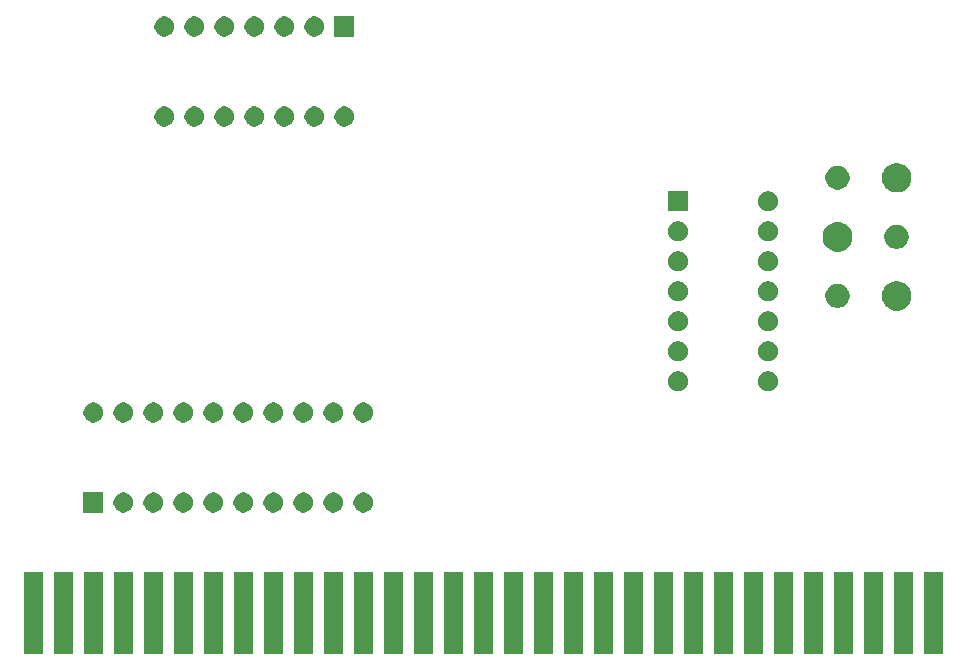
<source format=gbr>
G04 #@! TF.GenerationSoftware,KiCad,Pcbnew,(5.1.5)-3*
G04 #@! TF.CreationDate,2021-10-03T17:07:44+03:00*
G04 #@! TF.ProjectId,OPL3,4f504c33-2e6b-4696-9361-645f70636258,rev?*
G04 #@! TF.SameCoordinates,Original*
G04 #@! TF.FileFunction,Soldermask,Bot*
G04 #@! TF.FilePolarity,Negative*
%FSLAX46Y46*%
G04 Gerber Fmt 4.6, Leading zero omitted, Abs format (unit mm)*
G04 Created by KiCad (PCBNEW (5.1.5)-3) date 2021-10-03 17:07:44*
%MOMM*%
%LPD*%
G04 APERTURE LIST*
%ADD10C,0.100000*%
G04 APERTURE END LIST*
D10*
G36*
X102713000Y-123861000D02*
G01*
X101087000Y-123861000D01*
X101087000Y-116901000D01*
X102713000Y-116901000D01*
X102713000Y-123861000D01*
G37*
G36*
X140813000Y-123861000D02*
G01*
X139187000Y-123861000D01*
X139187000Y-116901000D01*
X140813000Y-116901000D01*
X140813000Y-123861000D01*
G37*
G36*
X178913000Y-123861000D02*
G01*
X177287000Y-123861000D01*
X177287000Y-116901000D01*
X178913000Y-116901000D01*
X178913000Y-123861000D01*
G37*
G36*
X173833000Y-123861000D02*
G01*
X172207000Y-123861000D01*
X172207000Y-116901000D01*
X173833000Y-116901000D01*
X173833000Y-123861000D01*
G37*
G36*
X171293000Y-123861000D02*
G01*
X169667000Y-123861000D01*
X169667000Y-116901000D01*
X171293000Y-116901000D01*
X171293000Y-123861000D01*
G37*
G36*
X168753000Y-123861000D02*
G01*
X167127000Y-123861000D01*
X167127000Y-116901000D01*
X168753000Y-116901000D01*
X168753000Y-123861000D01*
G37*
G36*
X166213000Y-123861000D02*
G01*
X164587000Y-123861000D01*
X164587000Y-116901000D01*
X166213000Y-116901000D01*
X166213000Y-123861000D01*
G37*
G36*
X163673000Y-123861000D02*
G01*
X162047000Y-123861000D01*
X162047000Y-116901000D01*
X163673000Y-116901000D01*
X163673000Y-123861000D01*
G37*
G36*
X161133000Y-123861000D02*
G01*
X159507000Y-123861000D01*
X159507000Y-116901000D01*
X161133000Y-116901000D01*
X161133000Y-123861000D01*
G37*
G36*
X158593000Y-123861000D02*
G01*
X156967000Y-123861000D01*
X156967000Y-116901000D01*
X158593000Y-116901000D01*
X158593000Y-123861000D01*
G37*
G36*
X156053000Y-123861000D02*
G01*
X154427000Y-123861000D01*
X154427000Y-116901000D01*
X156053000Y-116901000D01*
X156053000Y-123861000D01*
G37*
G36*
X153513000Y-123861000D02*
G01*
X151887000Y-123861000D01*
X151887000Y-116901000D01*
X153513000Y-116901000D01*
X153513000Y-123861000D01*
G37*
G36*
X150973000Y-123861000D02*
G01*
X149347000Y-123861000D01*
X149347000Y-116901000D01*
X150973000Y-116901000D01*
X150973000Y-123861000D01*
G37*
G36*
X148433000Y-123861000D02*
G01*
X146807000Y-123861000D01*
X146807000Y-116901000D01*
X148433000Y-116901000D01*
X148433000Y-123861000D01*
G37*
G36*
X145893000Y-123861000D02*
G01*
X144267000Y-123861000D01*
X144267000Y-116901000D01*
X145893000Y-116901000D01*
X145893000Y-123861000D01*
G37*
G36*
X143353000Y-123861000D02*
G01*
X141727000Y-123861000D01*
X141727000Y-116901000D01*
X143353000Y-116901000D01*
X143353000Y-123861000D01*
G37*
G36*
X138273000Y-123861000D02*
G01*
X136647000Y-123861000D01*
X136647000Y-116901000D01*
X138273000Y-116901000D01*
X138273000Y-123861000D01*
G37*
G36*
X176373000Y-123861000D02*
G01*
X174747000Y-123861000D01*
X174747000Y-116901000D01*
X176373000Y-116901000D01*
X176373000Y-123861000D01*
G37*
G36*
X105253000Y-123861000D02*
G01*
X103627000Y-123861000D01*
X103627000Y-116901000D01*
X105253000Y-116901000D01*
X105253000Y-123861000D01*
G37*
G36*
X107793000Y-123861000D02*
G01*
X106167000Y-123861000D01*
X106167000Y-116901000D01*
X107793000Y-116901000D01*
X107793000Y-123861000D01*
G37*
G36*
X110333000Y-123861000D02*
G01*
X108707000Y-123861000D01*
X108707000Y-116901000D01*
X110333000Y-116901000D01*
X110333000Y-123861000D01*
G37*
G36*
X112873000Y-123861000D02*
G01*
X111247000Y-123861000D01*
X111247000Y-116901000D01*
X112873000Y-116901000D01*
X112873000Y-123861000D01*
G37*
G36*
X115413000Y-123861000D02*
G01*
X113787000Y-123861000D01*
X113787000Y-116901000D01*
X115413000Y-116901000D01*
X115413000Y-123861000D01*
G37*
G36*
X117953000Y-123861000D02*
G01*
X116327000Y-123861000D01*
X116327000Y-116901000D01*
X117953000Y-116901000D01*
X117953000Y-123861000D01*
G37*
G36*
X120493000Y-123861000D02*
G01*
X118867000Y-123861000D01*
X118867000Y-116901000D01*
X120493000Y-116901000D01*
X120493000Y-123861000D01*
G37*
G36*
X123033000Y-123861000D02*
G01*
X121407000Y-123861000D01*
X121407000Y-116901000D01*
X123033000Y-116901000D01*
X123033000Y-123861000D01*
G37*
G36*
X125573000Y-123861000D02*
G01*
X123947000Y-123861000D01*
X123947000Y-116901000D01*
X125573000Y-116901000D01*
X125573000Y-123861000D01*
G37*
G36*
X128113000Y-123861000D02*
G01*
X126487000Y-123861000D01*
X126487000Y-116901000D01*
X128113000Y-116901000D01*
X128113000Y-123861000D01*
G37*
G36*
X130653000Y-123861000D02*
G01*
X129027000Y-123861000D01*
X129027000Y-116901000D01*
X130653000Y-116901000D01*
X130653000Y-123861000D01*
G37*
G36*
X133193000Y-123861000D02*
G01*
X131567000Y-123861000D01*
X131567000Y-116901000D01*
X133193000Y-116901000D01*
X133193000Y-123861000D01*
G37*
G36*
X135733000Y-123861000D02*
G01*
X134107000Y-123861000D01*
X134107000Y-116901000D01*
X135733000Y-116901000D01*
X135733000Y-123861000D01*
G37*
G36*
X130108228Y-110181703D02*
G01*
X130263100Y-110245853D01*
X130402481Y-110338985D01*
X130521015Y-110457519D01*
X130614147Y-110596900D01*
X130678297Y-110751772D01*
X130711000Y-110916184D01*
X130711000Y-111083816D01*
X130678297Y-111248228D01*
X130614147Y-111403100D01*
X130521015Y-111542481D01*
X130402481Y-111661015D01*
X130263100Y-111754147D01*
X130108228Y-111818297D01*
X129943816Y-111851000D01*
X129776184Y-111851000D01*
X129611772Y-111818297D01*
X129456900Y-111754147D01*
X129317519Y-111661015D01*
X129198985Y-111542481D01*
X129105853Y-111403100D01*
X129041703Y-111248228D01*
X129009000Y-111083816D01*
X129009000Y-110916184D01*
X129041703Y-110751772D01*
X129105853Y-110596900D01*
X129198985Y-110457519D01*
X129317519Y-110338985D01*
X129456900Y-110245853D01*
X129611772Y-110181703D01*
X129776184Y-110149000D01*
X129943816Y-110149000D01*
X130108228Y-110181703D01*
G37*
G36*
X107851000Y-111851000D02*
G01*
X106149000Y-111851000D01*
X106149000Y-110149000D01*
X107851000Y-110149000D01*
X107851000Y-111851000D01*
G37*
G36*
X109788228Y-110181703D02*
G01*
X109943100Y-110245853D01*
X110082481Y-110338985D01*
X110201015Y-110457519D01*
X110294147Y-110596900D01*
X110358297Y-110751772D01*
X110391000Y-110916184D01*
X110391000Y-111083816D01*
X110358297Y-111248228D01*
X110294147Y-111403100D01*
X110201015Y-111542481D01*
X110082481Y-111661015D01*
X109943100Y-111754147D01*
X109788228Y-111818297D01*
X109623816Y-111851000D01*
X109456184Y-111851000D01*
X109291772Y-111818297D01*
X109136900Y-111754147D01*
X108997519Y-111661015D01*
X108878985Y-111542481D01*
X108785853Y-111403100D01*
X108721703Y-111248228D01*
X108689000Y-111083816D01*
X108689000Y-110916184D01*
X108721703Y-110751772D01*
X108785853Y-110596900D01*
X108878985Y-110457519D01*
X108997519Y-110338985D01*
X109136900Y-110245853D01*
X109291772Y-110181703D01*
X109456184Y-110149000D01*
X109623816Y-110149000D01*
X109788228Y-110181703D01*
G37*
G36*
X112328228Y-110181703D02*
G01*
X112483100Y-110245853D01*
X112622481Y-110338985D01*
X112741015Y-110457519D01*
X112834147Y-110596900D01*
X112898297Y-110751772D01*
X112931000Y-110916184D01*
X112931000Y-111083816D01*
X112898297Y-111248228D01*
X112834147Y-111403100D01*
X112741015Y-111542481D01*
X112622481Y-111661015D01*
X112483100Y-111754147D01*
X112328228Y-111818297D01*
X112163816Y-111851000D01*
X111996184Y-111851000D01*
X111831772Y-111818297D01*
X111676900Y-111754147D01*
X111537519Y-111661015D01*
X111418985Y-111542481D01*
X111325853Y-111403100D01*
X111261703Y-111248228D01*
X111229000Y-111083816D01*
X111229000Y-110916184D01*
X111261703Y-110751772D01*
X111325853Y-110596900D01*
X111418985Y-110457519D01*
X111537519Y-110338985D01*
X111676900Y-110245853D01*
X111831772Y-110181703D01*
X111996184Y-110149000D01*
X112163816Y-110149000D01*
X112328228Y-110181703D01*
G37*
G36*
X114868228Y-110181703D02*
G01*
X115023100Y-110245853D01*
X115162481Y-110338985D01*
X115281015Y-110457519D01*
X115374147Y-110596900D01*
X115438297Y-110751772D01*
X115471000Y-110916184D01*
X115471000Y-111083816D01*
X115438297Y-111248228D01*
X115374147Y-111403100D01*
X115281015Y-111542481D01*
X115162481Y-111661015D01*
X115023100Y-111754147D01*
X114868228Y-111818297D01*
X114703816Y-111851000D01*
X114536184Y-111851000D01*
X114371772Y-111818297D01*
X114216900Y-111754147D01*
X114077519Y-111661015D01*
X113958985Y-111542481D01*
X113865853Y-111403100D01*
X113801703Y-111248228D01*
X113769000Y-111083816D01*
X113769000Y-110916184D01*
X113801703Y-110751772D01*
X113865853Y-110596900D01*
X113958985Y-110457519D01*
X114077519Y-110338985D01*
X114216900Y-110245853D01*
X114371772Y-110181703D01*
X114536184Y-110149000D01*
X114703816Y-110149000D01*
X114868228Y-110181703D01*
G37*
G36*
X117408228Y-110181703D02*
G01*
X117563100Y-110245853D01*
X117702481Y-110338985D01*
X117821015Y-110457519D01*
X117914147Y-110596900D01*
X117978297Y-110751772D01*
X118011000Y-110916184D01*
X118011000Y-111083816D01*
X117978297Y-111248228D01*
X117914147Y-111403100D01*
X117821015Y-111542481D01*
X117702481Y-111661015D01*
X117563100Y-111754147D01*
X117408228Y-111818297D01*
X117243816Y-111851000D01*
X117076184Y-111851000D01*
X116911772Y-111818297D01*
X116756900Y-111754147D01*
X116617519Y-111661015D01*
X116498985Y-111542481D01*
X116405853Y-111403100D01*
X116341703Y-111248228D01*
X116309000Y-111083816D01*
X116309000Y-110916184D01*
X116341703Y-110751772D01*
X116405853Y-110596900D01*
X116498985Y-110457519D01*
X116617519Y-110338985D01*
X116756900Y-110245853D01*
X116911772Y-110181703D01*
X117076184Y-110149000D01*
X117243816Y-110149000D01*
X117408228Y-110181703D01*
G37*
G36*
X119948228Y-110181703D02*
G01*
X120103100Y-110245853D01*
X120242481Y-110338985D01*
X120361015Y-110457519D01*
X120454147Y-110596900D01*
X120518297Y-110751772D01*
X120551000Y-110916184D01*
X120551000Y-111083816D01*
X120518297Y-111248228D01*
X120454147Y-111403100D01*
X120361015Y-111542481D01*
X120242481Y-111661015D01*
X120103100Y-111754147D01*
X119948228Y-111818297D01*
X119783816Y-111851000D01*
X119616184Y-111851000D01*
X119451772Y-111818297D01*
X119296900Y-111754147D01*
X119157519Y-111661015D01*
X119038985Y-111542481D01*
X118945853Y-111403100D01*
X118881703Y-111248228D01*
X118849000Y-111083816D01*
X118849000Y-110916184D01*
X118881703Y-110751772D01*
X118945853Y-110596900D01*
X119038985Y-110457519D01*
X119157519Y-110338985D01*
X119296900Y-110245853D01*
X119451772Y-110181703D01*
X119616184Y-110149000D01*
X119783816Y-110149000D01*
X119948228Y-110181703D01*
G37*
G36*
X122488228Y-110181703D02*
G01*
X122643100Y-110245853D01*
X122782481Y-110338985D01*
X122901015Y-110457519D01*
X122994147Y-110596900D01*
X123058297Y-110751772D01*
X123091000Y-110916184D01*
X123091000Y-111083816D01*
X123058297Y-111248228D01*
X122994147Y-111403100D01*
X122901015Y-111542481D01*
X122782481Y-111661015D01*
X122643100Y-111754147D01*
X122488228Y-111818297D01*
X122323816Y-111851000D01*
X122156184Y-111851000D01*
X121991772Y-111818297D01*
X121836900Y-111754147D01*
X121697519Y-111661015D01*
X121578985Y-111542481D01*
X121485853Y-111403100D01*
X121421703Y-111248228D01*
X121389000Y-111083816D01*
X121389000Y-110916184D01*
X121421703Y-110751772D01*
X121485853Y-110596900D01*
X121578985Y-110457519D01*
X121697519Y-110338985D01*
X121836900Y-110245853D01*
X121991772Y-110181703D01*
X122156184Y-110149000D01*
X122323816Y-110149000D01*
X122488228Y-110181703D01*
G37*
G36*
X125028228Y-110181703D02*
G01*
X125183100Y-110245853D01*
X125322481Y-110338985D01*
X125441015Y-110457519D01*
X125534147Y-110596900D01*
X125598297Y-110751772D01*
X125631000Y-110916184D01*
X125631000Y-111083816D01*
X125598297Y-111248228D01*
X125534147Y-111403100D01*
X125441015Y-111542481D01*
X125322481Y-111661015D01*
X125183100Y-111754147D01*
X125028228Y-111818297D01*
X124863816Y-111851000D01*
X124696184Y-111851000D01*
X124531772Y-111818297D01*
X124376900Y-111754147D01*
X124237519Y-111661015D01*
X124118985Y-111542481D01*
X124025853Y-111403100D01*
X123961703Y-111248228D01*
X123929000Y-111083816D01*
X123929000Y-110916184D01*
X123961703Y-110751772D01*
X124025853Y-110596900D01*
X124118985Y-110457519D01*
X124237519Y-110338985D01*
X124376900Y-110245853D01*
X124531772Y-110181703D01*
X124696184Y-110149000D01*
X124863816Y-110149000D01*
X125028228Y-110181703D01*
G37*
G36*
X127568228Y-110181703D02*
G01*
X127723100Y-110245853D01*
X127862481Y-110338985D01*
X127981015Y-110457519D01*
X128074147Y-110596900D01*
X128138297Y-110751772D01*
X128171000Y-110916184D01*
X128171000Y-111083816D01*
X128138297Y-111248228D01*
X128074147Y-111403100D01*
X127981015Y-111542481D01*
X127862481Y-111661015D01*
X127723100Y-111754147D01*
X127568228Y-111818297D01*
X127403816Y-111851000D01*
X127236184Y-111851000D01*
X127071772Y-111818297D01*
X126916900Y-111754147D01*
X126777519Y-111661015D01*
X126658985Y-111542481D01*
X126565853Y-111403100D01*
X126501703Y-111248228D01*
X126469000Y-111083816D01*
X126469000Y-110916184D01*
X126501703Y-110751772D01*
X126565853Y-110596900D01*
X126658985Y-110457519D01*
X126777519Y-110338985D01*
X126916900Y-110245853D01*
X127071772Y-110181703D01*
X127236184Y-110149000D01*
X127403816Y-110149000D01*
X127568228Y-110181703D01*
G37*
G36*
X127568228Y-102561703D02*
G01*
X127723100Y-102625853D01*
X127862481Y-102718985D01*
X127981015Y-102837519D01*
X128074147Y-102976900D01*
X128138297Y-103131772D01*
X128171000Y-103296184D01*
X128171000Y-103463816D01*
X128138297Y-103628228D01*
X128074147Y-103783100D01*
X127981015Y-103922481D01*
X127862481Y-104041015D01*
X127723100Y-104134147D01*
X127568228Y-104198297D01*
X127403816Y-104231000D01*
X127236184Y-104231000D01*
X127071772Y-104198297D01*
X126916900Y-104134147D01*
X126777519Y-104041015D01*
X126658985Y-103922481D01*
X126565853Y-103783100D01*
X126501703Y-103628228D01*
X126469000Y-103463816D01*
X126469000Y-103296184D01*
X126501703Y-103131772D01*
X126565853Y-102976900D01*
X126658985Y-102837519D01*
X126777519Y-102718985D01*
X126916900Y-102625853D01*
X127071772Y-102561703D01*
X127236184Y-102529000D01*
X127403816Y-102529000D01*
X127568228Y-102561703D01*
G37*
G36*
X130108228Y-102561703D02*
G01*
X130263100Y-102625853D01*
X130402481Y-102718985D01*
X130521015Y-102837519D01*
X130614147Y-102976900D01*
X130678297Y-103131772D01*
X130711000Y-103296184D01*
X130711000Y-103463816D01*
X130678297Y-103628228D01*
X130614147Y-103783100D01*
X130521015Y-103922481D01*
X130402481Y-104041015D01*
X130263100Y-104134147D01*
X130108228Y-104198297D01*
X129943816Y-104231000D01*
X129776184Y-104231000D01*
X129611772Y-104198297D01*
X129456900Y-104134147D01*
X129317519Y-104041015D01*
X129198985Y-103922481D01*
X129105853Y-103783100D01*
X129041703Y-103628228D01*
X129009000Y-103463816D01*
X129009000Y-103296184D01*
X129041703Y-103131772D01*
X129105853Y-102976900D01*
X129198985Y-102837519D01*
X129317519Y-102718985D01*
X129456900Y-102625853D01*
X129611772Y-102561703D01*
X129776184Y-102529000D01*
X129943816Y-102529000D01*
X130108228Y-102561703D01*
G37*
G36*
X125028228Y-102561703D02*
G01*
X125183100Y-102625853D01*
X125322481Y-102718985D01*
X125441015Y-102837519D01*
X125534147Y-102976900D01*
X125598297Y-103131772D01*
X125631000Y-103296184D01*
X125631000Y-103463816D01*
X125598297Y-103628228D01*
X125534147Y-103783100D01*
X125441015Y-103922481D01*
X125322481Y-104041015D01*
X125183100Y-104134147D01*
X125028228Y-104198297D01*
X124863816Y-104231000D01*
X124696184Y-104231000D01*
X124531772Y-104198297D01*
X124376900Y-104134147D01*
X124237519Y-104041015D01*
X124118985Y-103922481D01*
X124025853Y-103783100D01*
X123961703Y-103628228D01*
X123929000Y-103463816D01*
X123929000Y-103296184D01*
X123961703Y-103131772D01*
X124025853Y-102976900D01*
X124118985Y-102837519D01*
X124237519Y-102718985D01*
X124376900Y-102625853D01*
X124531772Y-102561703D01*
X124696184Y-102529000D01*
X124863816Y-102529000D01*
X125028228Y-102561703D01*
G37*
G36*
X122488228Y-102561703D02*
G01*
X122643100Y-102625853D01*
X122782481Y-102718985D01*
X122901015Y-102837519D01*
X122994147Y-102976900D01*
X123058297Y-103131772D01*
X123091000Y-103296184D01*
X123091000Y-103463816D01*
X123058297Y-103628228D01*
X122994147Y-103783100D01*
X122901015Y-103922481D01*
X122782481Y-104041015D01*
X122643100Y-104134147D01*
X122488228Y-104198297D01*
X122323816Y-104231000D01*
X122156184Y-104231000D01*
X121991772Y-104198297D01*
X121836900Y-104134147D01*
X121697519Y-104041015D01*
X121578985Y-103922481D01*
X121485853Y-103783100D01*
X121421703Y-103628228D01*
X121389000Y-103463816D01*
X121389000Y-103296184D01*
X121421703Y-103131772D01*
X121485853Y-102976900D01*
X121578985Y-102837519D01*
X121697519Y-102718985D01*
X121836900Y-102625853D01*
X121991772Y-102561703D01*
X122156184Y-102529000D01*
X122323816Y-102529000D01*
X122488228Y-102561703D01*
G37*
G36*
X119948228Y-102561703D02*
G01*
X120103100Y-102625853D01*
X120242481Y-102718985D01*
X120361015Y-102837519D01*
X120454147Y-102976900D01*
X120518297Y-103131772D01*
X120551000Y-103296184D01*
X120551000Y-103463816D01*
X120518297Y-103628228D01*
X120454147Y-103783100D01*
X120361015Y-103922481D01*
X120242481Y-104041015D01*
X120103100Y-104134147D01*
X119948228Y-104198297D01*
X119783816Y-104231000D01*
X119616184Y-104231000D01*
X119451772Y-104198297D01*
X119296900Y-104134147D01*
X119157519Y-104041015D01*
X119038985Y-103922481D01*
X118945853Y-103783100D01*
X118881703Y-103628228D01*
X118849000Y-103463816D01*
X118849000Y-103296184D01*
X118881703Y-103131772D01*
X118945853Y-102976900D01*
X119038985Y-102837519D01*
X119157519Y-102718985D01*
X119296900Y-102625853D01*
X119451772Y-102561703D01*
X119616184Y-102529000D01*
X119783816Y-102529000D01*
X119948228Y-102561703D01*
G37*
G36*
X114868228Y-102561703D02*
G01*
X115023100Y-102625853D01*
X115162481Y-102718985D01*
X115281015Y-102837519D01*
X115374147Y-102976900D01*
X115438297Y-103131772D01*
X115471000Y-103296184D01*
X115471000Y-103463816D01*
X115438297Y-103628228D01*
X115374147Y-103783100D01*
X115281015Y-103922481D01*
X115162481Y-104041015D01*
X115023100Y-104134147D01*
X114868228Y-104198297D01*
X114703816Y-104231000D01*
X114536184Y-104231000D01*
X114371772Y-104198297D01*
X114216900Y-104134147D01*
X114077519Y-104041015D01*
X113958985Y-103922481D01*
X113865853Y-103783100D01*
X113801703Y-103628228D01*
X113769000Y-103463816D01*
X113769000Y-103296184D01*
X113801703Y-103131772D01*
X113865853Y-102976900D01*
X113958985Y-102837519D01*
X114077519Y-102718985D01*
X114216900Y-102625853D01*
X114371772Y-102561703D01*
X114536184Y-102529000D01*
X114703816Y-102529000D01*
X114868228Y-102561703D01*
G37*
G36*
X117408228Y-102561703D02*
G01*
X117563100Y-102625853D01*
X117702481Y-102718985D01*
X117821015Y-102837519D01*
X117914147Y-102976900D01*
X117978297Y-103131772D01*
X118011000Y-103296184D01*
X118011000Y-103463816D01*
X117978297Y-103628228D01*
X117914147Y-103783100D01*
X117821015Y-103922481D01*
X117702481Y-104041015D01*
X117563100Y-104134147D01*
X117408228Y-104198297D01*
X117243816Y-104231000D01*
X117076184Y-104231000D01*
X116911772Y-104198297D01*
X116756900Y-104134147D01*
X116617519Y-104041015D01*
X116498985Y-103922481D01*
X116405853Y-103783100D01*
X116341703Y-103628228D01*
X116309000Y-103463816D01*
X116309000Y-103296184D01*
X116341703Y-103131772D01*
X116405853Y-102976900D01*
X116498985Y-102837519D01*
X116617519Y-102718985D01*
X116756900Y-102625853D01*
X116911772Y-102561703D01*
X117076184Y-102529000D01*
X117243816Y-102529000D01*
X117408228Y-102561703D01*
G37*
G36*
X107248228Y-102561703D02*
G01*
X107403100Y-102625853D01*
X107542481Y-102718985D01*
X107661015Y-102837519D01*
X107754147Y-102976900D01*
X107818297Y-103131772D01*
X107851000Y-103296184D01*
X107851000Y-103463816D01*
X107818297Y-103628228D01*
X107754147Y-103783100D01*
X107661015Y-103922481D01*
X107542481Y-104041015D01*
X107403100Y-104134147D01*
X107248228Y-104198297D01*
X107083816Y-104231000D01*
X106916184Y-104231000D01*
X106751772Y-104198297D01*
X106596900Y-104134147D01*
X106457519Y-104041015D01*
X106338985Y-103922481D01*
X106245853Y-103783100D01*
X106181703Y-103628228D01*
X106149000Y-103463816D01*
X106149000Y-103296184D01*
X106181703Y-103131772D01*
X106245853Y-102976900D01*
X106338985Y-102837519D01*
X106457519Y-102718985D01*
X106596900Y-102625853D01*
X106751772Y-102561703D01*
X106916184Y-102529000D01*
X107083816Y-102529000D01*
X107248228Y-102561703D01*
G37*
G36*
X112328228Y-102561703D02*
G01*
X112483100Y-102625853D01*
X112622481Y-102718985D01*
X112741015Y-102837519D01*
X112834147Y-102976900D01*
X112898297Y-103131772D01*
X112931000Y-103296184D01*
X112931000Y-103463816D01*
X112898297Y-103628228D01*
X112834147Y-103783100D01*
X112741015Y-103922481D01*
X112622481Y-104041015D01*
X112483100Y-104134147D01*
X112328228Y-104198297D01*
X112163816Y-104231000D01*
X111996184Y-104231000D01*
X111831772Y-104198297D01*
X111676900Y-104134147D01*
X111537519Y-104041015D01*
X111418985Y-103922481D01*
X111325853Y-103783100D01*
X111261703Y-103628228D01*
X111229000Y-103463816D01*
X111229000Y-103296184D01*
X111261703Y-103131772D01*
X111325853Y-102976900D01*
X111418985Y-102837519D01*
X111537519Y-102718985D01*
X111676900Y-102625853D01*
X111831772Y-102561703D01*
X111996184Y-102529000D01*
X112163816Y-102529000D01*
X112328228Y-102561703D01*
G37*
G36*
X109788228Y-102561703D02*
G01*
X109943100Y-102625853D01*
X110082481Y-102718985D01*
X110201015Y-102837519D01*
X110294147Y-102976900D01*
X110358297Y-103131772D01*
X110391000Y-103296184D01*
X110391000Y-103463816D01*
X110358297Y-103628228D01*
X110294147Y-103783100D01*
X110201015Y-103922481D01*
X110082481Y-104041015D01*
X109943100Y-104134147D01*
X109788228Y-104198297D01*
X109623816Y-104231000D01*
X109456184Y-104231000D01*
X109291772Y-104198297D01*
X109136900Y-104134147D01*
X108997519Y-104041015D01*
X108878985Y-103922481D01*
X108785853Y-103783100D01*
X108721703Y-103628228D01*
X108689000Y-103463816D01*
X108689000Y-103296184D01*
X108721703Y-103131772D01*
X108785853Y-102976900D01*
X108878985Y-102837519D01*
X108997519Y-102718985D01*
X109136900Y-102625853D01*
X109291772Y-102561703D01*
X109456184Y-102529000D01*
X109623816Y-102529000D01*
X109788228Y-102561703D01*
G37*
G36*
X164368228Y-99921703D02*
G01*
X164523100Y-99985853D01*
X164662481Y-100078985D01*
X164781015Y-100197519D01*
X164874147Y-100336900D01*
X164938297Y-100491772D01*
X164971000Y-100656184D01*
X164971000Y-100823816D01*
X164938297Y-100988228D01*
X164874147Y-101143100D01*
X164781015Y-101282481D01*
X164662481Y-101401015D01*
X164523100Y-101494147D01*
X164368228Y-101558297D01*
X164203816Y-101591000D01*
X164036184Y-101591000D01*
X163871772Y-101558297D01*
X163716900Y-101494147D01*
X163577519Y-101401015D01*
X163458985Y-101282481D01*
X163365853Y-101143100D01*
X163301703Y-100988228D01*
X163269000Y-100823816D01*
X163269000Y-100656184D01*
X163301703Y-100491772D01*
X163365853Y-100336900D01*
X163458985Y-100197519D01*
X163577519Y-100078985D01*
X163716900Y-99985853D01*
X163871772Y-99921703D01*
X164036184Y-99889000D01*
X164203816Y-99889000D01*
X164368228Y-99921703D01*
G37*
G36*
X156748228Y-99921703D02*
G01*
X156903100Y-99985853D01*
X157042481Y-100078985D01*
X157161015Y-100197519D01*
X157254147Y-100336900D01*
X157318297Y-100491772D01*
X157351000Y-100656184D01*
X157351000Y-100823816D01*
X157318297Y-100988228D01*
X157254147Y-101143100D01*
X157161015Y-101282481D01*
X157042481Y-101401015D01*
X156903100Y-101494147D01*
X156748228Y-101558297D01*
X156583816Y-101591000D01*
X156416184Y-101591000D01*
X156251772Y-101558297D01*
X156096900Y-101494147D01*
X155957519Y-101401015D01*
X155838985Y-101282481D01*
X155745853Y-101143100D01*
X155681703Y-100988228D01*
X155649000Y-100823816D01*
X155649000Y-100656184D01*
X155681703Y-100491772D01*
X155745853Y-100336900D01*
X155838985Y-100197519D01*
X155957519Y-100078985D01*
X156096900Y-99985853D01*
X156251772Y-99921703D01*
X156416184Y-99889000D01*
X156583816Y-99889000D01*
X156748228Y-99921703D01*
G37*
G36*
X164368228Y-97381703D02*
G01*
X164523100Y-97445853D01*
X164662481Y-97538985D01*
X164781015Y-97657519D01*
X164874147Y-97796900D01*
X164938297Y-97951772D01*
X164971000Y-98116184D01*
X164971000Y-98283816D01*
X164938297Y-98448228D01*
X164874147Y-98603100D01*
X164781015Y-98742481D01*
X164662481Y-98861015D01*
X164523100Y-98954147D01*
X164368228Y-99018297D01*
X164203816Y-99051000D01*
X164036184Y-99051000D01*
X163871772Y-99018297D01*
X163716900Y-98954147D01*
X163577519Y-98861015D01*
X163458985Y-98742481D01*
X163365853Y-98603100D01*
X163301703Y-98448228D01*
X163269000Y-98283816D01*
X163269000Y-98116184D01*
X163301703Y-97951772D01*
X163365853Y-97796900D01*
X163458985Y-97657519D01*
X163577519Y-97538985D01*
X163716900Y-97445853D01*
X163871772Y-97381703D01*
X164036184Y-97349000D01*
X164203816Y-97349000D01*
X164368228Y-97381703D01*
G37*
G36*
X156748228Y-97381703D02*
G01*
X156903100Y-97445853D01*
X157042481Y-97538985D01*
X157161015Y-97657519D01*
X157254147Y-97796900D01*
X157318297Y-97951772D01*
X157351000Y-98116184D01*
X157351000Y-98283816D01*
X157318297Y-98448228D01*
X157254147Y-98603100D01*
X157161015Y-98742481D01*
X157042481Y-98861015D01*
X156903100Y-98954147D01*
X156748228Y-99018297D01*
X156583816Y-99051000D01*
X156416184Y-99051000D01*
X156251772Y-99018297D01*
X156096900Y-98954147D01*
X155957519Y-98861015D01*
X155838985Y-98742481D01*
X155745853Y-98603100D01*
X155681703Y-98448228D01*
X155649000Y-98283816D01*
X155649000Y-98116184D01*
X155681703Y-97951772D01*
X155745853Y-97796900D01*
X155838985Y-97657519D01*
X155957519Y-97538985D01*
X156096900Y-97445853D01*
X156251772Y-97381703D01*
X156416184Y-97349000D01*
X156583816Y-97349000D01*
X156748228Y-97381703D01*
G37*
G36*
X164368228Y-94841703D02*
G01*
X164523100Y-94905853D01*
X164662481Y-94998985D01*
X164781015Y-95117519D01*
X164874147Y-95256900D01*
X164938297Y-95411772D01*
X164971000Y-95576184D01*
X164971000Y-95743816D01*
X164938297Y-95908228D01*
X164874147Y-96063100D01*
X164781015Y-96202481D01*
X164662481Y-96321015D01*
X164523100Y-96414147D01*
X164368228Y-96478297D01*
X164203816Y-96511000D01*
X164036184Y-96511000D01*
X163871772Y-96478297D01*
X163716900Y-96414147D01*
X163577519Y-96321015D01*
X163458985Y-96202481D01*
X163365853Y-96063100D01*
X163301703Y-95908228D01*
X163269000Y-95743816D01*
X163269000Y-95576184D01*
X163301703Y-95411772D01*
X163365853Y-95256900D01*
X163458985Y-95117519D01*
X163577519Y-94998985D01*
X163716900Y-94905853D01*
X163871772Y-94841703D01*
X164036184Y-94809000D01*
X164203816Y-94809000D01*
X164368228Y-94841703D01*
G37*
G36*
X156748228Y-94841703D02*
G01*
X156903100Y-94905853D01*
X157042481Y-94998985D01*
X157161015Y-95117519D01*
X157254147Y-95256900D01*
X157318297Y-95411772D01*
X157351000Y-95576184D01*
X157351000Y-95743816D01*
X157318297Y-95908228D01*
X157254147Y-96063100D01*
X157161015Y-96202481D01*
X157042481Y-96321015D01*
X156903100Y-96414147D01*
X156748228Y-96478297D01*
X156583816Y-96511000D01*
X156416184Y-96511000D01*
X156251772Y-96478297D01*
X156096900Y-96414147D01*
X155957519Y-96321015D01*
X155838985Y-96202481D01*
X155745853Y-96063100D01*
X155681703Y-95908228D01*
X155649000Y-95743816D01*
X155649000Y-95576184D01*
X155681703Y-95411772D01*
X155745853Y-95256900D01*
X155838985Y-95117519D01*
X155957519Y-94998985D01*
X156096900Y-94905853D01*
X156251772Y-94841703D01*
X156416184Y-94809000D01*
X156583816Y-94809000D01*
X156748228Y-94841703D01*
G37*
G36*
X175364903Y-92297075D02*
G01*
X175592571Y-92391378D01*
X175797466Y-92528285D01*
X175971715Y-92702534D01*
X176108622Y-92907429D01*
X176202925Y-93135097D01*
X176251000Y-93376787D01*
X176251000Y-93623213D01*
X176202925Y-93864903D01*
X176108622Y-94092571D01*
X175971715Y-94297466D01*
X175797466Y-94471715D01*
X175592571Y-94608622D01*
X175592570Y-94608623D01*
X175592569Y-94608623D01*
X175364903Y-94702925D01*
X175123214Y-94751000D01*
X174876786Y-94751000D01*
X174635097Y-94702925D01*
X174407431Y-94608623D01*
X174407430Y-94608623D01*
X174407429Y-94608622D01*
X174202534Y-94471715D01*
X174028285Y-94297466D01*
X173891378Y-94092571D01*
X173797075Y-93864903D01*
X173749000Y-93623213D01*
X173749000Y-93376787D01*
X173797075Y-93135097D01*
X173891378Y-92907429D01*
X174028285Y-92702534D01*
X174202534Y-92528285D01*
X174407429Y-92391378D01*
X174635097Y-92297075D01*
X174876786Y-92249000D01*
X175123214Y-92249000D01*
X175364903Y-92297075D01*
G37*
G36*
X170299272Y-92513428D02*
G01*
X170485991Y-92590770D01*
X170485993Y-92590771D01*
X170654037Y-92703054D01*
X170796946Y-92845963D01*
X170838016Y-92907429D01*
X170909230Y-93014009D01*
X170986572Y-93200728D01*
X171026000Y-93398947D01*
X171026000Y-93601053D01*
X170986572Y-93799272D01*
X170909230Y-93985991D01*
X170909229Y-93985993D01*
X170796946Y-94154037D01*
X170654037Y-94296946D01*
X170485993Y-94409229D01*
X170485992Y-94409230D01*
X170485991Y-94409230D01*
X170299272Y-94486572D01*
X170101053Y-94526000D01*
X169898947Y-94526000D01*
X169700728Y-94486572D01*
X169514009Y-94409230D01*
X169514008Y-94409230D01*
X169514007Y-94409229D01*
X169345963Y-94296946D01*
X169203054Y-94154037D01*
X169090771Y-93985993D01*
X169090770Y-93985991D01*
X169013428Y-93799272D01*
X168974000Y-93601053D01*
X168974000Y-93398947D01*
X169013428Y-93200728D01*
X169090770Y-93014009D01*
X169161984Y-92907429D01*
X169203054Y-92845963D01*
X169345963Y-92703054D01*
X169514007Y-92590771D01*
X169514009Y-92590770D01*
X169700728Y-92513428D01*
X169898947Y-92474000D01*
X170101053Y-92474000D01*
X170299272Y-92513428D01*
G37*
G36*
X164368228Y-92301703D02*
G01*
X164523100Y-92365853D01*
X164662481Y-92458985D01*
X164781015Y-92577519D01*
X164874147Y-92716900D01*
X164938297Y-92871772D01*
X164971000Y-93036184D01*
X164971000Y-93203816D01*
X164938297Y-93368228D01*
X164874147Y-93523100D01*
X164781015Y-93662481D01*
X164662481Y-93781015D01*
X164523100Y-93874147D01*
X164368228Y-93938297D01*
X164203816Y-93971000D01*
X164036184Y-93971000D01*
X163871772Y-93938297D01*
X163716900Y-93874147D01*
X163577519Y-93781015D01*
X163458985Y-93662481D01*
X163365853Y-93523100D01*
X163301703Y-93368228D01*
X163269000Y-93203816D01*
X163269000Y-93036184D01*
X163301703Y-92871772D01*
X163365853Y-92716900D01*
X163458985Y-92577519D01*
X163577519Y-92458985D01*
X163716900Y-92365853D01*
X163871772Y-92301703D01*
X164036184Y-92269000D01*
X164203816Y-92269000D01*
X164368228Y-92301703D01*
G37*
G36*
X156748228Y-92301703D02*
G01*
X156903100Y-92365853D01*
X157042481Y-92458985D01*
X157161015Y-92577519D01*
X157254147Y-92716900D01*
X157318297Y-92871772D01*
X157351000Y-93036184D01*
X157351000Y-93203816D01*
X157318297Y-93368228D01*
X157254147Y-93523100D01*
X157161015Y-93662481D01*
X157042481Y-93781015D01*
X156903100Y-93874147D01*
X156748228Y-93938297D01*
X156583816Y-93971000D01*
X156416184Y-93971000D01*
X156251772Y-93938297D01*
X156096900Y-93874147D01*
X155957519Y-93781015D01*
X155838985Y-93662481D01*
X155745853Y-93523100D01*
X155681703Y-93368228D01*
X155649000Y-93203816D01*
X155649000Y-93036184D01*
X155681703Y-92871772D01*
X155745853Y-92716900D01*
X155838985Y-92577519D01*
X155957519Y-92458985D01*
X156096900Y-92365853D01*
X156251772Y-92301703D01*
X156416184Y-92269000D01*
X156583816Y-92269000D01*
X156748228Y-92301703D01*
G37*
G36*
X164368228Y-89761703D02*
G01*
X164523100Y-89825853D01*
X164662481Y-89918985D01*
X164781015Y-90037519D01*
X164874147Y-90176900D01*
X164938297Y-90331772D01*
X164971000Y-90496184D01*
X164971000Y-90663816D01*
X164938297Y-90828228D01*
X164874147Y-90983100D01*
X164781015Y-91122481D01*
X164662481Y-91241015D01*
X164523100Y-91334147D01*
X164368228Y-91398297D01*
X164203816Y-91431000D01*
X164036184Y-91431000D01*
X163871772Y-91398297D01*
X163716900Y-91334147D01*
X163577519Y-91241015D01*
X163458985Y-91122481D01*
X163365853Y-90983100D01*
X163301703Y-90828228D01*
X163269000Y-90663816D01*
X163269000Y-90496184D01*
X163301703Y-90331772D01*
X163365853Y-90176900D01*
X163458985Y-90037519D01*
X163577519Y-89918985D01*
X163716900Y-89825853D01*
X163871772Y-89761703D01*
X164036184Y-89729000D01*
X164203816Y-89729000D01*
X164368228Y-89761703D01*
G37*
G36*
X156748228Y-89761703D02*
G01*
X156903100Y-89825853D01*
X157042481Y-89918985D01*
X157161015Y-90037519D01*
X157254147Y-90176900D01*
X157318297Y-90331772D01*
X157351000Y-90496184D01*
X157351000Y-90663816D01*
X157318297Y-90828228D01*
X157254147Y-90983100D01*
X157161015Y-91122481D01*
X157042481Y-91241015D01*
X156903100Y-91334147D01*
X156748228Y-91398297D01*
X156583816Y-91431000D01*
X156416184Y-91431000D01*
X156251772Y-91398297D01*
X156096900Y-91334147D01*
X155957519Y-91241015D01*
X155838985Y-91122481D01*
X155745853Y-90983100D01*
X155681703Y-90828228D01*
X155649000Y-90663816D01*
X155649000Y-90496184D01*
X155681703Y-90331772D01*
X155745853Y-90176900D01*
X155838985Y-90037519D01*
X155957519Y-89918985D01*
X156096900Y-89825853D01*
X156251772Y-89761703D01*
X156416184Y-89729000D01*
X156583816Y-89729000D01*
X156748228Y-89761703D01*
G37*
G36*
X170308481Y-87285852D02*
G01*
X170364903Y-87297075D01*
X170592571Y-87391378D01*
X170797466Y-87528285D01*
X170971715Y-87702534D01*
X171108622Y-87907429D01*
X171202925Y-88135097D01*
X171251000Y-88376787D01*
X171251000Y-88623213D01*
X171202925Y-88864903D01*
X171108622Y-89092571D01*
X170971715Y-89297466D01*
X170797466Y-89471715D01*
X170592571Y-89608622D01*
X170592570Y-89608623D01*
X170592569Y-89608623D01*
X170364903Y-89702925D01*
X170123214Y-89751000D01*
X169876786Y-89751000D01*
X169635097Y-89702925D01*
X169407431Y-89608623D01*
X169407430Y-89608623D01*
X169407429Y-89608622D01*
X169202534Y-89471715D01*
X169028285Y-89297466D01*
X168891378Y-89092571D01*
X168797075Y-88864903D01*
X168749000Y-88623213D01*
X168749000Y-88376787D01*
X168797075Y-88135097D01*
X168891378Y-87907429D01*
X169028285Y-87702534D01*
X169202534Y-87528285D01*
X169407429Y-87391378D01*
X169635097Y-87297075D01*
X169691519Y-87285852D01*
X169876786Y-87249000D01*
X170123214Y-87249000D01*
X170308481Y-87285852D01*
G37*
G36*
X175299272Y-87513428D02*
G01*
X175485991Y-87590770D01*
X175485993Y-87590771D01*
X175654037Y-87703054D01*
X175796946Y-87845963D01*
X175909229Y-88014007D01*
X175909230Y-88014009D01*
X175986572Y-88200728D01*
X176026000Y-88398947D01*
X176026000Y-88601053D01*
X175986572Y-88799272D01*
X175909230Y-88985991D01*
X175909229Y-88985993D01*
X175796946Y-89154037D01*
X175654037Y-89296946D01*
X175485993Y-89409229D01*
X175485992Y-89409230D01*
X175485991Y-89409230D01*
X175299272Y-89486572D01*
X175101053Y-89526000D01*
X174898947Y-89526000D01*
X174700728Y-89486572D01*
X174514009Y-89409230D01*
X174514008Y-89409230D01*
X174514007Y-89409229D01*
X174345963Y-89296946D01*
X174203054Y-89154037D01*
X174090771Y-88985993D01*
X174090770Y-88985991D01*
X174013428Y-88799272D01*
X173974000Y-88601053D01*
X173974000Y-88398947D01*
X174013428Y-88200728D01*
X174090770Y-88014009D01*
X174090771Y-88014007D01*
X174203054Y-87845963D01*
X174345963Y-87703054D01*
X174514007Y-87590771D01*
X174514009Y-87590770D01*
X174700728Y-87513428D01*
X174898947Y-87474000D01*
X175101053Y-87474000D01*
X175299272Y-87513428D01*
G37*
G36*
X164368228Y-87221703D02*
G01*
X164523100Y-87285853D01*
X164662481Y-87378985D01*
X164781015Y-87497519D01*
X164874147Y-87636900D01*
X164938297Y-87791772D01*
X164971000Y-87956184D01*
X164971000Y-88123816D01*
X164938297Y-88288228D01*
X164874147Y-88443100D01*
X164781015Y-88582481D01*
X164662481Y-88701015D01*
X164523100Y-88794147D01*
X164368228Y-88858297D01*
X164203816Y-88891000D01*
X164036184Y-88891000D01*
X163871772Y-88858297D01*
X163716900Y-88794147D01*
X163577519Y-88701015D01*
X163458985Y-88582481D01*
X163365853Y-88443100D01*
X163301703Y-88288228D01*
X163269000Y-88123816D01*
X163269000Y-87956184D01*
X163301703Y-87791772D01*
X163365853Y-87636900D01*
X163458985Y-87497519D01*
X163577519Y-87378985D01*
X163716900Y-87285853D01*
X163871772Y-87221703D01*
X164036184Y-87189000D01*
X164203816Y-87189000D01*
X164368228Y-87221703D01*
G37*
G36*
X156748228Y-87221703D02*
G01*
X156903100Y-87285853D01*
X157042481Y-87378985D01*
X157161015Y-87497519D01*
X157254147Y-87636900D01*
X157318297Y-87791772D01*
X157351000Y-87956184D01*
X157351000Y-88123816D01*
X157318297Y-88288228D01*
X157254147Y-88443100D01*
X157161015Y-88582481D01*
X157042481Y-88701015D01*
X156903100Y-88794147D01*
X156748228Y-88858297D01*
X156583816Y-88891000D01*
X156416184Y-88891000D01*
X156251772Y-88858297D01*
X156096900Y-88794147D01*
X155957519Y-88701015D01*
X155838985Y-88582481D01*
X155745853Y-88443100D01*
X155681703Y-88288228D01*
X155649000Y-88123816D01*
X155649000Y-87956184D01*
X155681703Y-87791772D01*
X155745853Y-87636900D01*
X155838985Y-87497519D01*
X155957519Y-87378985D01*
X156096900Y-87285853D01*
X156251772Y-87221703D01*
X156416184Y-87189000D01*
X156583816Y-87189000D01*
X156748228Y-87221703D01*
G37*
G36*
X157351000Y-86351000D02*
G01*
X155649000Y-86351000D01*
X155649000Y-84649000D01*
X157351000Y-84649000D01*
X157351000Y-86351000D01*
G37*
G36*
X164368228Y-84681703D02*
G01*
X164523100Y-84745853D01*
X164662481Y-84838985D01*
X164781015Y-84957519D01*
X164874147Y-85096900D01*
X164938297Y-85251772D01*
X164971000Y-85416184D01*
X164971000Y-85583816D01*
X164938297Y-85748228D01*
X164874147Y-85903100D01*
X164781015Y-86042481D01*
X164662481Y-86161015D01*
X164523100Y-86254147D01*
X164368228Y-86318297D01*
X164203816Y-86351000D01*
X164036184Y-86351000D01*
X163871772Y-86318297D01*
X163716900Y-86254147D01*
X163577519Y-86161015D01*
X163458985Y-86042481D01*
X163365853Y-85903100D01*
X163301703Y-85748228D01*
X163269000Y-85583816D01*
X163269000Y-85416184D01*
X163301703Y-85251772D01*
X163365853Y-85096900D01*
X163458985Y-84957519D01*
X163577519Y-84838985D01*
X163716900Y-84745853D01*
X163871772Y-84681703D01*
X164036184Y-84649000D01*
X164203816Y-84649000D01*
X164368228Y-84681703D01*
G37*
G36*
X175364903Y-82297075D02*
G01*
X175592571Y-82391378D01*
X175797466Y-82528285D01*
X175971715Y-82702534D01*
X176108622Y-82907429D01*
X176202925Y-83135097D01*
X176251000Y-83376787D01*
X176251000Y-83623213D01*
X176202925Y-83864903D01*
X176108622Y-84092571D01*
X175971715Y-84297466D01*
X175797466Y-84471715D01*
X175592571Y-84608622D01*
X175592570Y-84608623D01*
X175592569Y-84608623D01*
X175364903Y-84702925D01*
X175123214Y-84751000D01*
X174876786Y-84751000D01*
X174635097Y-84702925D01*
X174407431Y-84608623D01*
X174407430Y-84608623D01*
X174407429Y-84608622D01*
X174202534Y-84471715D01*
X174028285Y-84297466D01*
X173891378Y-84092571D01*
X173797075Y-83864903D01*
X173749000Y-83623213D01*
X173749000Y-83376787D01*
X173797075Y-83135097D01*
X173891378Y-82907429D01*
X174028285Y-82702534D01*
X174202534Y-82528285D01*
X174407429Y-82391378D01*
X174635097Y-82297075D01*
X174876786Y-82249000D01*
X175123214Y-82249000D01*
X175364903Y-82297075D01*
G37*
G36*
X170299272Y-82513428D02*
G01*
X170485991Y-82590770D01*
X170485993Y-82590771D01*
X170654037Y-82703054D01*
X170796946Y-82845963D01*
X170838016Y-82907429D01*
X170909230Y-83014009D01*
X170986572Y-83200728D01*
X171026000Y-83398947D01*
X171026000Y-83601053D01*
X170986572Y-83799272D01*
X170909230Y-83985991D01*
X170909229Y-83985993D01*
X170796946Y-84154037D01*
X170654037Y-84296946D01*
X170485993Y-84409229D01*
X170485992Y-84409230D01*
X170485991Y-84409230D01*
X170299272Y-84486572D01*
X170101053Y-84526000D01*
X169898947Y-84526000D01*
X169700728Y-84486572D01*
X169514009Y-84409230D01*
X169514008Y-84409230D01*
X169514007Y-84409229D01*
X169345963Y-84296946D01*
X169203054Y-84154037D01*
X169090771Y-83985993D01*
X169090770Y-83985991D01*
X169013428Y-83799272D01*
X168974000Y-83601053D01*
X168974000Y-83398947D01*
X169013428Y-83200728D01*
X169090770Y-83014009D01*
X169161984Y-82907429D01*
X169203054Y-82845963D01*
X169345963Y-82703054D01*
X169514007Y-82590771D01*
X169514009Y-82590770D01*
X169700728Y-82513428D01*
X169898947Y-82474000D01*
X170101053Y-82474000D01*
X170299272Y-82513428D01*
G37*
G36*
X125958228Y-77501703D02*
G01*
X126113100Y-77565853D01*
X126252481Y-77658985D01*
X126371015Y-77777519D01*
X126464147Y-77916900D01*
X126528297Y-78071772D01*
X126561000Y-78236184D01*
X126561000Y-78403816D01*
X126528297Y-78568228D01*
X126464147Y-78723100D01*
X126371015Y-78862481D01*
X126252481Y-78981015D01*
X126113100Y-79074147D01*
X125958228Y-79138297D01*
X125793816Y-79171000D01*
X125626184Y-79171000D01*
X125461772Y-79138297D01*
X125306900Y-79074147D01*
X125167519Y-78981015D01*
X125048985Y-78862481D01*
X124955853Y-78723100D01*
X124891703Y-78568228D01*
X124859000Y-78403816D01*
X124859000Y-78236184D01*
X124891703Y-78071772D01*
X124955853Y-77916900D01*
X125048985Y-77777519D01*
X125167519Y-77658985D01*
X125306900Y-77565853D01*
X125461772Y-77501703D01*
X125626184Y-77469000D01*
X125793816Y-77469000D01*
X125958228Y-77501703D01*
G37*
G36*
X120878228Y-77501703D02*
G01*
X121033100Y-77565853D01*
X121172481Y-77658985D01*
X121291015Y-77777519D01*
X121384147Y-77916900D01*
X121448297Y-78071772D01*
X121481000Y-78236184D01*
X121481000Y-78403816D01*
X121448297Y-78568228D01*
X121384147Y-78723100D01*
X121291015Y-78862481D01*
X121172481Y-78981015D01*
X121033100Y-79074147D01*
X120878228Y-79138297D01*
X120713816Y-79171000D01*
X120546184Y-79171000D01*
X120381772Y-79138297D01*
X120226900Y-79074147D01*
X120087519Y-78981015D01*
X119968985Y-78862481D01*
X119875853Y-78723100D01*
X119811703Y-78568228D01*
X119779000Y-78403816D01*
X119779000Y-78236184D01*
X119811703Y-78071772D01*
X119875853Y-77916900D01*
X119968985Y-77777519D01*
X120087519Y-77658985D01*
X120226900Y-77565853D01*
X120381772Y-77501703D01*
X120546184Y-77469000D01*
X120713816Y-77469000D01*
X120878228Y-77501703D01*
G37*
G36*
X123418228Y-77501703D02*
G01*
X123573100Y-77565853D01*
X123712481Y-77658985D01*
X123831015Y-77777519D01*
X123924147Y-77916900D01*
X123988297Y-78071772D01*
X124021000Y-78236184D01*
X124021000Y-78403816D01*
X123988297Y-78568228D01*
X123924147Y-78723100D01*
X123831015Y-78862481D01*
X123712481Y-78981015D01*
X123573100Y-79074147D01*
X123418228Y-79138297D01*
X123253816Y-79171000D01*
X123086184Y-79171000D01*
X122921772Y-79138297D01*
X122766900Y-79074147D01*
X122627519Y-78981015D01*
X122508985Y-78862481D01*
X122415853Y-78723100D01*
X122351703Y-78568228D01*
X122319000Y-78403816D01*
X122319000Y-78236184D01*
X122351703Y-78071772D01*
X122415853Y-77916900D01*
X122508985Y-77777519D01*
X122627519Y-77658985D01*
X122766900Y-77565853D01*
X122921772Y-77501703D01*
X123086184Y-77469000D01*
X123253816Y-77469000D01*
X123418228Y-77501703D01*
G37*
G36*
X128498228Y-77501703D02*
G01*
X128653100Y-77565853D01*
X128792481Y-77658985D01*
X128911015Y-77777519D01*
X129004147Y-77916900D01*
X129068297Y-78071772D01*
X129101000Y-78236184D01*
X129101000Y-78403816D01*
X129068297Y-78568228D01*
X129004147Y-78723100D01*
X128911015Y-78862481D01*
X128792481Y-78981015D01*
X128653100Y-79074147D01*
X128498228Y-79138297D01*
X128333816Y-79171000D01*
X128166184Y-79171000D01*
X128001772Y-79138297D01*
X127846900Y-79074147D01*
X127707519Y-78981015D01*
X127588985Y-78862481D01*
X127495853Y-78723100D01*
X127431703Y-78568228D01*
X127399000Y-78403816D01*
X127399000Y-78236184D01*
X127431703Y-78071772D01*
X127495853Y-77916900D01*
X127588985Y-77777519D01*
X127707519Y-77658985D01*
X127846900Y-77565853D01*
X128001772Y-77501703D01*
X128166184Y-77469000D01*
X128333816Y-77469000D01*
X128498228Y-77501703D01*
G37*
G36*
X113258228Y-77501703D02*
G01*
X113413100Y-77565853D01*
X113552481Y-77658985D01*
X113671015Y-77777519D01*
X113764147Y-77916900D01*
X113828297Y-78071772D01*
X113861000Y-78236184D01*
X113861000Y-78403816D01*
X113828297Y-78568228D01*
X113764147Y-78723100D01*
X113671015Y-78862481D01*
X113552481Y-78981015D01*
X113413100Y-79074147D01*
X113258228Y-79138297D01*
X113093816Y-79171000D01*
X112926184Y-79171000D01*
X112761772Y-79138297D01*
X112606900Y-79074147D01*
X112467519Y-78981015D01*
X112348985Y-78862481D01*
X112255853Y-78723100D01*
X112191703Y-78568228D01*
X112159000Y-78403816D01*
X112159000Y-78236184D01*
X112191703Y-78071772D01*
X112255853Y-77916900D01*
X112348985Y-77777519D01*
X112467519Y-77658985D01*
X112606900Y-77565853D01*
X112761772Y-77501703D01*
X112926184Y-77469000D01*
X113093816Y-77469000D01*
X113258228Y-77501703D01*
G37*
G36*
X118338228Y-77501703D02*
G01*
X118493100Y-77565853D01*
X118632481Y-77658985D01*
X118751015Y-77777519D01*
X118844147Y-77916900D01*
X118908297Y-78071772D01*
X118941000Y-78236184D01*
X118941000Y-78403816D01*
X118908297Y-78568228D01*
X118844147Y-78723100D01*
X118751015Y-78862481D01*
X118632481Y-78981015D01*
X118493100Y-79074147D01*
X118338228Y-79138297D01*
X118173816Y-79171000D01*
X118006184Y-79171000D01*
X117841772Y-79138297D01*
X117686900Y-79074147D01*
X117547519Y-78981015D01*
X117428985Y-78862481D01*
X117335853Y-78723100D01*
X117271703Y-78568228D01*
X117239000Y-78403816D01*
X117239000Y-78236184D01*
X117271703Y-78071772D01*
X117335853Y-77916900D01*
X117428985Y-77777519D01*
X117547519Y-77658985D01*
X117686900Y-77565853D01*
X117841772Y-77501703D01*
X118006184Y-77469000D01*
X118173816Y-77469000D01*
X118338228Y-77501703D01*
G37*
G36*
X115798228Y-77501703D02*
G01*
X115953100Y-77565853D01*
X116092481Y-77658985D01*
X116211015Y-77777519D01*
X116304147Y-77916900D01*
X116368297Y-78071772D01*
X116401000Y-78236184D01*
X116401000Y-78403816D01*
X116368297Y-78568228D01*
X116304147Y-78723100D01*
X116211015Y-78862481D01*
X116092481Y-78981015D01*
X115953100Y-79074147D01*
X115798228Y-79138297D01*
X115633816Y-79171000D01*
X115466184Y-79171000D01*
X115301772Y-79138297D01*
X115146900Y-79074147D01*
X115007519Y-78981015D01*
X114888985Y-78862481D01*
X114795853Y-78723100D01*
X114731703Y-78568228D01*
X114699000Y-78403816D01*
X114699000Y-78236184D01*
X114731703Y-78071772D01*
X114795853Y-77916900D01*
X114888985Y-77777519D01*
X115007519Y-77658985D01*
X115146900Y-77565853D01*
X115301772Y-77501703D01*
X115466184Y-77469000D01*
X115633816Y-77469000D01*
X115798228Y-77501703D01*
G37*
G36*
X115798228Y-69881703D02*
G01*
X115953100Y-69945853D01*
X116092481Y-70038985D01*
X116211015Y-70157519D01*
X116304147Y-70296900D01*
X116368297Y-70451772D01*
X116401000Y-70616184D01*
X116401000Y-70783816D01*
X116368297Y-70948228D01*
X116304147Y-71103100D01*
X116211015Y-71242481D01*
X116092481Y-71361015D01*
X115953100Y-71454147D01*
X115798228Y-71518297D01*
X115633816Y-71551000D01*
X115466184Y-71551000D01*
X115301772Y-71518297D01*
X115146900Y-71454147D01*
X115007519Y-71361015D01*
X114888985Y-71242481D01*
X114795853Y-71103100D01*
X114731703Y-70948228D01*
X114699000Y-70783816D01*
X114699000Y-70616184D01*
X114731703Y-70451772D01*
X114795853Y-70296900D01*
X114888985Y-70157519D01*
X115007519Y-70038985D01*
X115146900Y-69945853D01*
X115301772Y-69881703D01*
X115466184Y-69849000D01*
X115633816Y-69849000D01*
X115798228Y-69881703D01*
G37*
G36*
X129101000Y-71551000D02*
G01*
X127399000Y-71551000D01*
X127399000Y-69849000D01*
X129101000Y-69849000D01*
X129101000Y-71551000D01*
G37*
G36*
X113258228Y-69881703D02*
G01*
X113413100Y-69945853D01*
X113552481Y-70038985D01*
X113671015Y-70157519D01*
X113764147Y-70296900D01*
X113828297Y-70451772D01*
X113861000Y-70616184D01*
X113861000Y-70783816D01*
X113828297Y-70948228D01*
X113764147Y-71103100D01*
X113671015Y-71242481D01*
X113552481Y-71361015D01*
X113413100Y-71454147D01*
X113258228Y-71518297D01*
X113093816Y-71551000D01*
X112926184Y-71551000D01*
X112761772Y-71518297D01*
X112606900Y-71454147D01*
X112467519Y-71361015D01*
X112348985Y-71242481D01*
X112255853Y-71103100D01*
X112191703Y-70948228D01*
X112159000Y-70783816D01*
X112159000Y-70616184D01*
X112191703Y-70451772D01*
X112255853Y-70296900D01*
X112348985Y-70157519D01*
X112467519Y-70038985D01*
X112606900Y-69945853D01*
X112761772Y-69881703D01*
X112926184Y-69849000D01*
X113093816Y-69849000D01*
X113258228Y-69881703D01*
G37*
G36*
X118338228Y-69881703D02*
G01*
X118493100Y-69945853D01*
X118632481Y-70038985D01*
X118751015Y-70157519D01*
X118844147Y-70296900D01*
X118908297Y-70451772D01*
X118941000Y-70616184D01*
X118941000Y-70783816D01*
X118908297Y-70948228D01*
X118844147Y-71103100D01*
X118751015Y-71242481D01*
X118632481Y-71361015D01*
X118493100Y-71454147D01*
X118338228Y-71518297D01*
X118173816Y-71551000D01*
X118006184Y-71551000D01*
X117841772Y-71518297D01*
X117686900Y-71454147D01*
X117547519Y-71361015D01*
X117428985Y-71242481D01*
X117335853Y-71103100D01*
X117271703Y-70948228D01*
X117239000Y-70783816D01*
X117239000Y-70616184D01*
X117271703Y-70451772D01*
X117335853Y-70296900D01*
X117428985Y-70157519D01*
X117547519Y-70038985D01*
X117686900Y-69945853D01*
X117841772Y-69881703D01*
X118006184Y-69849000D01*
X118173816Y-69849000D01*
X118338228Y-69881703D01*
G37*
G36*
X120878228Y-69881703D02*
G01*
X121033100Y-69945853D01*
X121172481Y-70038985D01*
X121291015Y-70157519D01*
X121384147Y-70296900D01*
X121448297Y-70451772D01*
X121481000Y-70616184D01*
X121481000Y-70783816D01*
X121448297Y-70948228D01*
X121384147Y-71103100D01*
X121291015Y-71242481D01*
X121172481Y-71361015D01*
X121033100Y-71454147D01*
X120878228Y-71518297D01*
X120713816Y-71551000D01*
X120546184Y-71551000D01*
X120381772Y-71518297D01*
X120226900Y-71454147D01*
X120087519Y-71361015D01*
X119968985Y-71242481D01*
X119875853Y-71103100D01*
X119811703Y-70948228D01*
X119779000Y-70783816D01*
X119779000Y-70616184D01*
X119811703Y-70451772D01*
X119875853Y-70296900D01*
X119968985Y-70157519D01*
X120087519Y-70038985D01*
X120226900Y-69945853D01*
X120381772Y-69881703D01*
X120546184Y-69849000D01*
X120713816Y-69849000D01*
X120878228Y-69881703D01*
G37*
G36*
X123418228Y-69881703D02*
G01*
X123573100Y-69945853D01*
X123712481Y-70038985D01*
X123831015Y-70157519D01*
X123924147Y-70296900D01*
X123988297Y-70451772D01*
X124021000Y-70616184D01*
X124021000Y-70783816D01*
X123988297Y-70948228D01*
X123924147Y-71103100D01*
X123831015Y-71242481D01*
X123712481Y-71361015D01*
X123573100Y-71454147D01*
X123418228Y-71518297D01*
X123253816Y-71551000D01*
X123086184Y-71551000D01*
X122921772Y-71518297D01*
X122766900Y-71454147D01*
X122627519Y-71361015D01*
X122508985Y-71242481D01*
X122415853Y-71103100D01*
X122351703Y-70948228D01*
X122319000Y-70783816D01*
X122319000Y-70616184D01*
X122351703Y-70451772D01*
X122415853Y-70296900D01*
X122508985Y-70157519D01*
X122627519Y-70038985D01*
X122766900Y-69945853D01*
X122921772Y-69881703D01*
X123086184Y-69849000D01*
X123253816Y-69849000D01*
X123418228Y-69881703D01*
G37*
G36*
X125958228Y-69881703D02*
G01*
X126113100Y-69945853D01*
X126252481Y-70038985D01*
X126371015Y-70157519D01*
X126464147Y-70296900D01*
X126528297Y-70451772D01*
X126561000Y-70616184D01*
X126561000Y-70783816D01*
X126528297Y-70948228D01*
X126464147Y-71103100D01*
X126371015Y-71242481D01*
X126252481Y-71361015D01*
X126113100Y-71454147D01*
X125958228Y-71518297D01*
X125793816Y-71551000D01*
X125626184Y-71551000D01*
X125461772Y-71518297D01*
X125306900Y-71454147D01*
X125167519Y-71361015D01*
X125048985Y-71242481D01*
X124955853Y-71103100D01*
X124891703Y-70948228D01*
X124859000Y-70783816D01*
X124859000Y-70616184D01*
X124891703Y-70451772D01*
X124955853Y-70296900D01*
X125048985Y-70157519D01*
X125167519Y-70038985D01*
X125306900Y-69945853D01*
X125461772Y-69881703D01*
X125626184Y-69849000D01*
X125793816Y-69849000D01*
X125958228Y-69881703D01*
G37*
M02*

</source>
